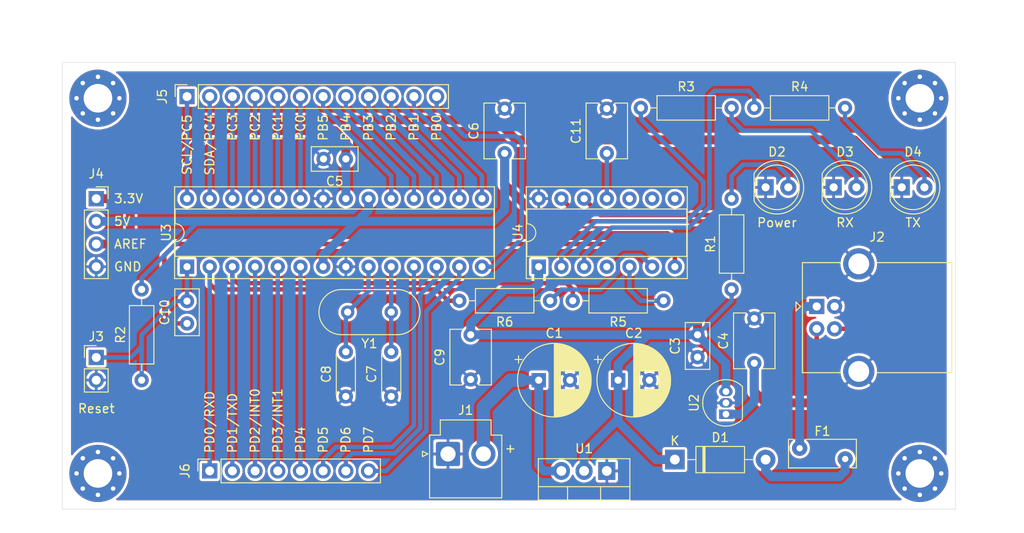
<source format=kicad_pcb>
(kicad_pcb (version 20171130) (host pcbnew "(5.1.2)-2")
  (title_block (title "uController One") (date 2019-08-11) (rev 1) (company "Sergey Pershin"))
  (layers (0 F.Cu signal) (31 B.Cu signal) (34 B.Paste user) (35 F.Paste user) (36 B.SilkS user) (37 F.SilkS user) (38 B.Mask user) (39 F.Mask user) (44 Edge.Cuts user))
  (net 0 "")
  (net 1 "/Microcontroller Unit/PD2")
  (net 2 "/Microcontroller Unit/PD3")
  (net 3 "/Microcontroller Unit/PD4")
  (net 4 "/Power Supply Unit/5V")
  (net 5 GND)
  (net 6 "/Microcontroller Unit/PD5")
  (net 7 "/Microcontroller Unit/PD6")
  (net 8 "/Microcontroller Unit/PD7")
  (net 9 "Net-(R4-Pad1)")
  (net 10 "/Microcontroller Unit/USBD-")
  (net 11 "Net-(R5-Pad1)")
  (net 12 "/Microcontroller Unit/USBD+")
  (net 13 "/Power Supply Unit/3.3V")
  (net 14 "Net-(D1-Pad2)")
  (net 15 "Net-(D2-Pad2)")
  (net 16 "/Power Supply Unit/VUSB")
  (net 17 "/Microcontroller Unit/PB1")
  (net 18 "/Microcontroller Unit/PB2")
  (net 19 "/Microcontroller Unit/PB3")
  (net 20 "/Microcontroller Unit/PB4")
  (net 21 "/Microcontroller Unit/PB5")
  (net 22 "/Microcontroller Unit/PC0")
  (net 23 "/Microcontroller Unit/PC1")
  (net 24 "/Microcontroller Unit/PC2")
  (net 25 "/Microcontroller Unit/PC3")
  (net 26 "/Microcontroller Unit/PC4")
  (net 27 "/Microcontroller Unit/PB0")
  (net 28 "/Microcontroller Unit/PC5")
  (net 29 PD1)
  (net 30 PD0)
  (net 31 "/Microcontroller Unit/AREF")
  (net 32 "Net-(D3-Pad2)")
  (net 33 "Net-(D4-Pad2)")
  (net 34 "Net-(R6-Pad1)")
  (net 35 "/Power Supply Unit/VIN")
  (net 36 "Net-(R3-Pad1)")
  (net 37 "Net-(C7-Pad1)")
  (net 38 RESET)
  (net 39 "Net-(C10-Pad1)")
  (net 40 "Net-(C8-Pad1)")
  (net 41 "Net-(C11-Pad1)")
  (module Crystal:Crystal_HC49-U_Vertical (layer F.Cu) (at 76.83 67.94 180)
    (fp_text reference Y1 (at 2.44 -3.525) (layer F.SilkS))
    (fp_text value 16MHz)
    (pad 1 thru_hole circle (at 0 0 180) (size 1.5 1.5) (drill 0.8) (layers *.Cu *.Mask) (net 37 "Net-(C7-Pad1)"))
    (pad 2 thru_hole circle (at 4.88 0 180) (size 1.5 1.5) (drill 0.8) (layers *.Cu *.Mask) (net 40 "Net-(C8-Pad1)"))
  )
  (module Capacitor_THT:CP_Radial_D8.0mm_P3.50mm (layer F.Cu) (at 93.34 75.56)
    (fp_text reference C1 (at 1.75 -5.25) (layer F.SilkS))
    (fp_text value 10u)
    (pad 2 thru_hole circle (at 3.5 0) (size 1.6 1.6) (drill 0.8) (layers *.Cu *.Mask) (net 5 GND))
    (pad 1 thru_hole rect (at 0 0) (size 1.6 1.6) (drill 0.8) (layers *.Cu *.Mask) (net 35 "/Power Supply Unit/VIN"))
  )
  (module Capacitor_THT:CP_Radial_D8.0mm_P3.50mm (layer F.Cu) (at 102.23 75.56)
    (fp_text reference C2 (at 1.75 -5.25) (layer F.SilkS))
    (fp_text value 100u)
    (pad 1 thru_hole rect (at 0 0) (size 1.6 1.6) (drill 0.8) (layers *.Cu *.Mask) (net 4 "/Power Supply Unit/5V"))
    (pad 2 thru_hole circle (at 3.5 0) (size 1.6 1.6) (drill 0.8) (layers *.Cu *.Mask) (net 5 GND))
  )
  (module Capacitor_THT:C_Disc_D5.0mm_W2.5mm_P2.50mm (layer F.Cu) (at 111.12 70.48 270)
    (fp_text reference C3 (at 1.25 2.5 90) (layer F.SilkS))
    (fp_text value 100n)
    (pad 1 thru_hole circle (at 0 0 270) (size 1.6 1.6) (drill 0.8) (layers *.Cu *.Mask) (net 4 "/Power Supply Unit/5V"))
    (pad 2 thru_hole circle (at 2.5 0 270) (size 1.6 1.6) (drill 0.8) (layers *.Cu *.Mask) (net 5 GND))
  )
  (module Capacitor_THT:C_Disc_D6.0mm_W4.4mm_P5.00mm (layer F.Cu) (at 117.47 73.655 90)
    (fp_text reference C4 (at 2.5 -3.45 90) (layer F.SilkS))
    (fp_text value 1u)
    (pad 1 thru_hole circle (at 0 0 90) (size 1.6 1.6) (drill 0.8) (layers *.Cu *.Mask) (net 13 "/Power Supply Unit/3.3V"))
    (pad 2 thru_hole circle (at 5 0 90) (size 1.6 1.6) (drill 0.8) (layers *.Cu *.Mask) (net 5 GND))
  )
  (module Capacitor_THT:C_Disc_D5.0mm_W2.5mm_P2.50mm (layer F.Cu) (at 71.75 50.795 180)
    (fp_text reference C5 (at 1.25 -2.5) (layer F.SilkS))
    (fp_text value 100n)
    (pad 2 thru_hole circle (at 2.5 0 180) (size 1.6 1.6) (drill 0.8) (layers *.Cu *.Mask) (net 5 GND))
    (pad 1 thru_hole circle (at 0 0 180) (size 1.6 1.6) (drill 0.8) (layers *.Cu *.Mask) (net 31 "/Microcontroller Unit/AREF"))
  )
  (module Capacitor_THT:C_Disc_D6.0mm_W4.4mm_P5.00mm (layer F.Cu) (at 89.53 50.16 90)
    (fp_text reference C6 (at 2.5 -3.45 90) (layer F.SilkS))
    (fp_text value 1u)
    (pad 1 thru_hole circle (at 0 0 90) (size 1.6 1.6) (drill 0.8) (layers *.Cu *.Mask) (net 4 "/Power Supply Unit/5V"))
    (pad 2 thru_hole circle (at 5 0 90) (size 1.6 1.6) (drill 0.8) (layers *.Cu *.Mask) (net 5 GND))
  )
  (module Capacitor_THT:C_Disc_D4.3mm_W1.9mm_P5.00mm (layer F.Cu) (at 76.83 72.385 270)
    (fp_text reference C7 (at 2.5 2.2 90) (layer F.SilkS))
    (fp_text value 22p)
    (pad 2 thru_hole circle (at 5 0 270) (size 1.6 1.6) (drill 0.8) (layers *.Cu *.Mask) (net 5 GND))
    (pad 1 thru_hole circle (at 0 0 270) (size 1.6 1.6) (drill 0.8) (layers *.Cu *.Mask) (net 37 "Net-(C7-Pad1)"))
  )
  (module Capacitor_THT:C_Disc_D4.3mm_W1.9mm_P5.00mm (layer F.Cu) (at 71.75 72.385 270)
    (fp_text reference C8 (at 2.5 2.2 90) (layer F.SilkS))
    (fp_text value 22p)
    (pad 1 thru_hole circle (at 0 0 270) (size 1.6 1.6) (drill 0.8) (layers *.Cu *.Mask) (net 40 "Net-(C8-Pad1)"))
    (pad 2 thru_hole circle (at 5 0 270) (size 1.6 1.6) (drill 0.8) (layers *.Cu *.Mask) (net 5 GND))
  )
  (module Capacitor_THT:C_Disc_D6.0mm_W4.4mm_P5.00mm (layer F.Cu) (at 85.72 70.48 270)
    (fp_text reference C9 (at 2.5 3.45 90) (layer F.SilkS))
    (fp_text value 1u)
    (pad 2 thru_hole circle (at 5 0 270) (size 1.6 1.6) (drill 0.8) (layers *.Cu *.Mask) (net 5 GND))
    (pad 1 thru_hole circle (at 0 0 270) (size 1.6 1.6) (drill 0.8) (layers *.Cu *.Mask) (net 4 "/Power Supply Unit/5V"))
  )
  (module Capacitor_THT:C_Disc_D6.0mm_W4.4mm_P5.00mm (layer F.Cu) (at 100.96 50.16 90)
    (fp_text reference C11 (at 2.5 -3.45 90) (layer F.SilkS))
    (fp_text value 1u)
    (pad 2 thru_hole circle (at 5 0 90) (size 1.6 1.6) (drill 0.8) (layers *.Cu *.Mask) (net 5 GND))
    (pad 1 thru_hole circle (at 0 0 90) (size 1.6 1.6) (drill 0.8) (layers *.Cu *.Mask) (net 41 "Net-(C11-Pad1)"))
  )
  (module Diode_THT:D_DO-41_SOD81_P10.16mm_Horizontal (layer F.Cu) (at 108.58 84.45)
    (fp_text reference D1 (at 5.08 -2.47) (layer F.SilkS))
    (fp_text value D_Schottky)
    (fp_text user K (at 0 -2.1) (layer F.SilkS))
    (pad 1 thru_hole rect (at 0 0) (size 2.2 2.2) (drill 1.1) (layers *.Cu *.Mask) (net 4 "/Power Supply Unit/5V"))
    (pad 2 thru_hole oval (at 10.16 0) (size 2.2 2.2) (drill 1.1) (layers *.Cu *.Mask) (net 14 "Net-(D1-Pad2)"))
  )
  (module LED_THT:LED_D5.0mm (layer F.Cu) (at 118.74 53.97)
    (fp_text reference D2 (at 1.27 -3.96) (layer F.SilkS))
    (fp_text value Power (at 1.27 3.96) (layer F.SilkS))
    (pad 1 thru_hole rect (at 0 0) (size 1.8 1.8) (drill 0.9) (layers *.Cu *.Mask) (net 5 GND))
    (pad 2 thru_hole circle (at 2.54 0) (size 1.8 1.8) (drill 0.9) (layers *.Cu *.Mask) (net 15 "Net-(D2-Pad2)"))
  )
  (module LED_THT:LED_D5.0mm (layer F.Cu) (at 126.36 53.97)
    (fp_text reference D3 (at 1.27 -3.96) (layer F.SilkS))
    (fp_text value RX (at 1.27 3.96) (layer F.SilkS))
    (pad 1 thru_hole rect (at 0 0) (size 1.8 1.8) (drill 0.9) (layers *.Cu *.Mask) (net 5 GND))
    (pad 2 thru_hole circle (at 2.54 0) (size 1.8 1.8) (drill 0.9) (layers *.Cu *.Mask) (net 32 "Net-(D3-Pad2)"))
  )
  (module LED_THT:LED_D5.0mm (layer F.Cu) (at 133.98 53.97)
    (fp_text reference D4 (at 1.27 -3.96) (layer F.SilkS))
    (fp_text value TX (at 1.27 3.96) (layer F.SilkS))
    (pad 2 thru_hole circle (at 2.54 0) (size 1.8 1.8) (drill 0.9) (layers *.Cu *.Mask) (net 33 "Net-(D4-Pad2)"))
    (pad 1 thru_hole rect (at 0 0) (size 1.8 1.8) (drill 0.9) (layers *.Cu *.Mask) (net 5 GND))
  )
  (module Fuse:Fuse_Bourns_MF-RHT050 (layer F.Cu) (at 122.55 83.18)
    (fp_text reference F1 (at 2.55 -1.9) (layer F.SilkS))
    (fp_text value Fuse)
    (pad 1 thru_hole circle (at 0 0) (size 1.71 1.71) (drill 0.71) (layers *.Cu *.Mask) (net 16 "/Power Supply Unit/VUSB"))
    (pad 2 thru_hole circle (at 5.1 1.2) (size 1.71 1.71) (drill 0.71) (layers *.Cu *.Mask) (net 14 "Net-(D1-Pad2)"))
  )
  (module MountingHole:MountingHole_3.2mm_M3_Pad_Via (layer F.Cu) (at 44 44)
    (fp_text reference H1 hide)
    (fp_text value MountingHole)
    (pad 1 thru_hole circle (at 1.697056 -1.697056) (size 0.8 0.8) (drill 0.5) (layers *.Cu *.Mask))
    (pad 1 thru_hole circle (at 0 -2.4) (size 0.8 0.8) (drill 0.5) (layers *.Cu *.Mask))
    (pad 1 thru_hole circle (at -1.697056 -1.697056) (size 0.8 0.8) (drill 0.5) (layers *.Cu *.Mask))
    (pad 1 thru_hole circle (at -2.4 0) (size 0.8 0.8) (drill 0.5) (layers *.Cu *.Mask))
    (pad 1 thru_hole circle (at -1.697056 1.697056) (size 0.8 0.8) (drill 0.5) (layers *.Cu *.Mask))
    (pad 1 thru_hole circle (at 0 2.4) (size 0.8 0.8) (drill 0.5) (layers *.Cu *.Mask))
    (pad 1 thru_hole circle (at 1.697056 1.697056) (size 0.8 0.8) (drill 0.5) (layers *.Cu *.Mask))
    (pad 1 thru_hole circle (at 2.4 0) (size 0.8 0.8) (drill 0.5) (layers *.Cu *.Mask))
    (pad 1 thru_hole circle (at 0 0) (size 6.4 6.4) (drill 3.2) (layers *.Cu *.Mask))
  )
  (module MountingHole:MountingHole_3.2mm_M3_Pad_Via (layer F.Cu) (at 44 86)
    (fp_text reference H2 hide)
    (fp_text value MountingHole)
    (pad 1 thru_hole circle (at 0 0) (size 6.4 6.4) (drill 3.2) (layers *.Cu *.Mask))
    (pad 1 thru_hole circle (at 2.4 0) (size 0.8 0.8) (drill 0.5) (layers *.Cu *.Mask))
    (pad 1 thru_hole circle (at 1.697056 1.697056) (size 0.8 0.8) (drill 0.5) (layers *.Cu *.Mask))
    (pad 1 thru_hole circle (at 0 2.4) (size 0.8 0.8) (drill 0.5) (layers *.Cu *.Mask))
    (pad 1 thru_hole circle (at -1.697056 1.697056) (size 0.8 0.8) (drill 0.5) (layers *.Cu *.Mask))
    (pad 1 thru_hole circle (at -2.4 0) (size 0.8 0.8) (drill 0.5) (layers *.Cu *.Mask))
    (pad 1 thru_hole circle (at -1.697056 -1.697056) (size 0.8 0.8) (drill 0.5) (layers *.Cu *.Mask))
    (pad 1 thru_hole circle (at 0 -2.4) (size 0.8 0.8) (drill 0.5) (layers *.Cu *.Mask))
    (pad 1 thru_hole circle (at 1.697056 -1.697056) (size 0.8 0.8) (drill 0.5) (layers *.Cu *.Mask))
  )
  (module MountingHole:MountingHole_3.2mm_M3_Pad_Via (layer F.Cu) (at 136 44)
    (fp_text reference H3 hide)
    (fp_text value MountingHole)
    (pad 1 thru_hole circle (at 0 0) (size 6.4 6.4) (drill 3.2) (layers *.Cu *.Mask))
    (pad 1 thru_hole circle (at 2.4 0) (size 0.8 0.8) (drill 0.5) (layers *.Cu *.Mask))
    (pad 1 thru_hole circle (at 1.697056 1.697056) (size 0.8 0.8) (drill 0.5) (layers *.Cu *.Mask))
    (pad 1 thru_hole circle (at 0 2.4) (size 0.8 0.8) (drill 0.5) (layers *.Cu *.Mask))
    (pad 1 thru_hole circle (at -1.697056 1.697056) (size 0.8 0.8) (drill 0.5) (layers *.Cu *.Mask))
    (pad 1 thru_hole circle (at -2.4 0) (size 0.8 0.8) (drill 0.5) (layers *.Cu *.Mask))
    (pad 1 thru_hole circle (at -1.697056 -1.697056) (size 0.8 0.8) (drill 0.5) (layers *.Cu *.Mask))
    (pad 1 thru_hole circle (at 0 -2.4) (size 0.8 0.8) (drill 0.5) (layers *.Cu *.Mask))
    (pad 1 thru_hole circle (at 1.697056 -1.697056) (size 0.8 0.8) (drill 0.5) (layers *.Cu *.Mask))
  )
  (module MountingHole:MountingHole_3.2mm_M3_Pad_Via (layer F.Cu) (at 136 86)
    (fp_text reference H4 hide)
    (fp_text value MountingHole)
    (pad 1 thru_hole circle (at 1.697056 -1.697056) (size 0.8 0.8) (drill 0.5) (layers *.Cu *.Mask))
    (pad 1 thru_hole circle (at 0 -2.4) (size 0.8 0.8) (drill 0.5) (layers *.Cu *.Mask))
    (pad 1 thru_hole circle (at -1.697056 -1.697056) (size 0.8 0.8) (drill 0.5) (layers *.Cu *.Mask))
    (pad 1 thru_hole circle (at -2.4 0) (size 0.8 0.8) (drill 0.5) (layers *.Cu *.Mask))
    (pad 1 thru_hole circle (at -1.697056 1.697056) (size 0.8 0.8) (drill 0.5) (layers *.Cu *.Mask))
    (pad 1 thru_hole circle (at 0 2.4) (size 0.8 0.8) (drill 0.5) (layers *.Cu *.Mask))
    (pad 1 thru_hole circle (at 1.697056 1.697056) (size 0.8 0.8) (drill 0.5) (layers *.Cu *.Mask))
    (pad 1 thru_hole circle (at 2.4 0) (size 0.8 0.8) (drill 0.5) (layers *.Cu *.Mask))
    (pad 1 thru_hole circle (at 0 0) (size 6.4 6.4) (drill 3.2) (layers *.Cu *.Mask))
  )
  (module Connector_JST:JST_VH_B2P-VH_1x02_P3.96mm_Vertical (layer F.Cu) (at 83.185 83.82)
    (fp_text reference J1 (at 1.98 -4.9) (layer F.SilkS))
    (fp_text value Conn_01x02)
    (pad 1 thru_hole roundrect (at 0 0) (size 2.7 2.7) (drill 1.7) (layers *.Cu *.Mask) (roundrect_rratio 0.09259299999999999) (net 5 GND))
    (pad 2 thru_hole circle (at 3.96 0) (size 2.7 2.7) (drill 1.7) (layers *.Cu *.Mask) (net 35 "/Power Supply Unit/VIN"))
  )
  (module Connector_USB:USB_B_OST_USB-B1HSxx_Horizontal (layer F.Cu) (at 124.46 67.31)
    (fp_text reference J2 (at 6.76 -7.77) (layer F.SilkS))
    (fp_text value USB_B)
    (pad 1 thru_hole rect (at 0 0) (size 1.7 1.7) (drill 0.92) (layers *.Cu *.Mask) (net 16 "/Power Supply Unit/VUSB"))
    (pad 2 thru_hole circle (at 0 2.5) (size 1.7 1.7) (drill 0.92) (layers *.Cu *.Mask) (net 10 "/Microcontroller Unit/USBD-"))
    (pad 3 thru_hole circle (at 2 2.5) (size 1.7 1.7) (drill 0.92) (layers *.Cu *.Mask) (net 12 "/Microcontroller Unit/USBD+"))
    (pad 4 thru_hole circle (at 2 0) (size 1.7 1.7) (drill 0.92) (layers *.Cu *.Mask) (net 5 GND))
    (pad 5 thru_hole circle (at 4.71 -4.77) (size 3.5 3.5) (drill 2.33) (layers *.Cu *.Mask) (net 5 GND))
    (pad 5 thru_hole circle (at 4.71 7.27) (size 3.5 3.5) (drill 2.33) (layers *.Cu *.Mask) (net 5 GND))
  )
  (module Connector_PinHeader_2.54mm:PinHeader_1x02_P2.54mm_Vertical (layer F.Cu) (at 43.81 73.02)
    (fp_text reference J3 (at 0 -2.33) (layer F.SilkS))
    (fp_text value Conn_01x02)
    (pad 1 thru_hole rect (at 0 0) (size 1.7 1.7) (drill 1) (layers *.Cu *.Mask) (net 38 RESET))
    (pad 2 thru_hole oval (at 0 2.54) (size 1.7 1.7) (drill 1) (layers *.Cu *.Mask) (net 5 GND))
  )
  (module Connector_PinSocket_2.54mm:PinSocket_1x12_P2.54mm_Vertical (layer F.Cu) (at 53.97 43.81 90)
    (fp_text reference J5 (at 0 -2.77 90) (layer F.SilkS))
    (fp_text value Conn_01x12)
    (pad 1 thru_hole rect (at 0 0 90) (size 1.7 1.7) (drill 1) (layers *.Cu *.Mask) (net 28 "/Microcontroller Unit/PC5"))
    (pad 2 thru_hole oval (at 0 2.54 90) (size 1.7 1.7) (drill 1) (layers *.Cu *.Mask) (net 26 "/Microcontroller Unit/PC4"))
    (pad 3 thru_hole oval (at 0 5.08 90) (size 1.7 1.7) (drill 1) (layers *.Cu *.Mask) (net 25 "/Microcontroller Unit/PC3"))
    (pad 4 thru_hole oval (at 0 7.62 90) (size 1.7 1.7) (drill 1) (layers *.Cu *.Mask) (net 24 "/Microcontroller Unit/PC2"))
    (pad 5 thru_hole oval (at 0 10.16 90) (size 1.7 1.7) (drill 1) (layers *.Cu *.Mask) (net 23 "/Microcontroller Unit/PC1"))
    (pad 6 thru_hole oval (at 0 12.7 90) (size 1.7 1.7) (drill 1) (layers *.Cu *.Mask) (net 22 "/Microcontroller Unit/PC0"))
    (pad 7 thru_hole oval (at 0 15.24 90) (size 1.7 1.7) (drill 1) (layers *.Cu *.Mask) (net 21 "/Microcontroller Unit/PB5"))
    (pad 8 thru_hole oval (at 0 17.78 90) (size 1.7 1.7) (drill 1) (layers *.Cu *.Mask) (net 20 "/Microcontroller Unit/PB4"))
    (pad 9 thru_hole oval (at 0 20.32 90) (size 1.7 1.7) (drill 1) (layers *.Cu *.Mask) (net 19 "/Microcontroller Unit/PB3"))
    (pad 10 thru_hole oval (at 0 22.86 90) (size 1.7 1.7) (drill 1) (layers *.Cu *.Mask) (net 18 "/Microcontroller Unit/PB2"))
    (pad 11 thru_hole oval (at 0 25.4 90) (size 1.7 1.7) (drill 1) (layers *.Cu *.Mask) (net 17 "/Microcontroller Unit/PB1"))
    (pad 12 thru_hole oval (at 0 27.94 90) (size 1.7 1.7) (drill 1) (layers *.Cu *.Mask) (net 27 "/Microcontroller Unit/PB0"))
  )
  (module Connector_PinSocket_2.54mm:PinSocket_1x08_P2.54mm_Vertical (layer F.Cu) (at 56.51 85.72 90)
    (fp_text reference J6 (at 0 -2.77 90) (layer F.SilkS))
    (fp_text value Conn_01x08)
    (pad 1 thru_hole rect (at 0 0 90) (size 1.7 1.7) (drill 1) (layers *.Cu *.Mask) (net 30 PD0))
    (pad 2 thru_hole oval (at 0 2.54 90) (size 1.7 1.7) (drill 1) (layers *.Cu *.Mask) (net 29 PD1))
    (pad 3 thru_hole oval (at 0 5.08 90) (size 1.7 1.7) (drill 1) (layers *.Cu *.Mask) (net 1 "/Microcontroller Unit/PD2"))
    (pad 4 thru_hole oval (at 0 7.62 90) (size 1.7 1.7) (drill 1) (layers *.Cu *.Mask) (net 2 "/Microcontroller Unit/PD3"))
    (pad 5 thru_hole oval (at 0 10.16 90) (size 1.7 1.7) (drill 1) (layers *.Cu *.Mask) (net 3 "/Microcontroller Unit/PD4"))
    (pad 6 thru_hole oval (at 0 12.7 90) (size 1.7 1.7) (drill 1) (layers *.Cu *.Mask) (net 6 "/Microcontroller Unit/PD5"))
    (pad 7 thru_hole oval (at 0 15.24 90) (size 1.7 1.7) (drill 1) (layers *.Cu *.Mask) (net 7 "/Microcontroller Unit/PD6"))
    (pad 8 thru_hole oval (at 0 17.78 90) (size 1.7 1.7) (drill 1) (layers *.Cu *.Mask) (net 8 "/Microcontroller Unit/PD7"))
  )
  (module Resistor_THT:R_Axial_DIN0207_L6.3mm_D2.5mm_P10.16mm_Horizontal (layer F.Cu) (at 114.93 65.4 90)
    (fp_text reference R1 (at 5.08 -2.37 90) (layer F.SilkS))
    (fp_text value 330R)
    (pad 2 thru_hole oval (at 10.16 0 90) (size 1.6 1.6) (drill 0.8) (layers *.Cu *.Mask) (net 15 "Net-(D2-Pad2)"))
    (pad 1 thru_hole circle (at 0 0 90) (size 1.6 1.6) (drill 0.8) (layers *.Cu *.Mask) (net 4 "/Power Supply Unit/5V"))
  )
  (module Resistor_THT:R_Axial_DIN0207_L6.3mm_D2.5mm_P10.16mm_Horizontal (layer F.Cu) (at 48.89 65.4 270)
    (fp_text reference R2 (at 5.08 2.37 90) (layer F.SilkS))
    (fp_text value 10k)
    (pad 1 thru_hole circle (at 0 0 270) (size 1.6 1.6) (drill 0.8) (layers *.Cu *.Mask) (net 4 "/Power Supply Unit/5V"))
    (pad 2 thru_hole oval (at 10.16 0 270) (size 1.6 1.6) (drill 0.8) (layers *.Cu *.Mask) (net 38 RESET))
  )
  (module Resistor_THT:R_Axial_DIN0207_L6.3mm_D2.5mm_P10.16mm_Horizontal (layer F.Cu) (at 104.77 45.08)
    (fp_text reference R3 (at 5.08 -2.37) (layer F.SilkS))
    (fp_text value 330R)
    (pad 1 thru_hole circle (at 0 0) (size 1.6 1.6) (drill 0.8) (layers *.Cu *.Mask) (net 36 "Net-(R3-Pad1)"))
    (pad 2 thru_hole oval (at 10.16 0) (size 1.6 1.6) (drill 0.8) (layers *.Cu *.Mask) (net 32 "Net-(D3-Pad2)"))
  )
  (module Resistor_THT:R_Axial_DIN0207_L6.3mm_D2.5mm_P10.16mm_Horizontal (layer F.Cu) (at 117.47 45.08)
    (fp_text reference R4 (at 5.08 -2.37) (layer F.SilkS))
    (fp_text value 330R)
    (pad 2 thru_hole oval (at 10.16 0) (size 1.6 1.6) (drill 0.8) (layers *.Cu *.Mask) (net 33 "Net-(D4-Pad2)"))
    (pad 1 thru_hole circle (at 0 0) (size 1.6 1.6) (drill 0.8) (layers *.Cu *.Mask) (net 9 "Net-(R4-Pad1)"))
  )
  (module Resistor_THT:R_Axial_DIN0207_L6.3mm_D2.5mm_P10.16mm_Horizontal (layer F.Cu) (at 107.31 66.67 180)
    (fp_text reference R5 (at 5.08 -2.37) (layer F.SilkS))
    (fp_text value 1k)
    (pad 2 thru_hole oval (at 10.16 0 180) (size 1.6 1.6) (drill 0.8) (layers *.Cu *.Mask) (net 29 PD1))
    (pad 1 thru_hole circle (at 0 0 180) (size 1.6 1.6) (drill 0.8) (layers *.Cu *.Mask) (net 11 "Net-(R5-Pad1)"))
  )
  (module Resistor_THT:R_Axial_DIN0207_L6.3mm_D2.5mm_P10.16mm_Horizontal (layer F.Cu) (at 94.61 66.67 180)
    (fp_text reference R6 (at 5.08 -2.37) (layer F.SilkS))
    (fp_text value 1k)
    (pad 1 thru_hole circle (at 0 0 180) (size 1.6 1.6) (drill 0.8) (layers *.Cu *.Mask) (net 34 "Net-(R6-Pad1)"))
    (pad 2 thru_hole oval (at 10.16 0 180) (size 1.6 1.6) (drill 0.8) (layers *.Cu *.Mask) (net 30 PD0))
  )
  (module Package_TO_SOT_THT:TO-220-3_Vertical (layer F.Cu) (at 100.96 85.72 180)
    (fp_text reference U1 (at 2.54 2.5) (layer F.SilkS))
    (fp_text value LM1085-5.0)
    (pad 1 thru_hole rect (at 0 0 180) (size 1.905 2) (drill 1.1) (layers *.Cu *.Mask) (net 5 GND))
    (pad 2 thru_hole oval (at 2.54 0 180) (size 1.905 2) (drill 1.1) (layers *.Cu *.Mask) (net 4 "/Power Supply Unit/5V"))
    (pad 3 thru_hole oval (at 5.08 0 180) (size 1.905 2) (drill 1.1) (layers *.Cu *.Mask) (net 35 "/Power Supply Unit/VIN"))
  )
  (module Package_TO_SOT_THT:TO-92_Inline (layer F.Cu) (at 114.295 79.37 90)
    (fp_text reference U2 (at 1.27 -3.56 90) (layer F.SilkS))
    (fp_text value LP2950-3.3_TO92)
    (pad 2 thru_hole oval (at 1.27 0 90) (size 1.05 1.5) (drill 0.75) (layers *.Cu *.Mask) (net 5 GND))
    (pad 3 thru_hole oval (at 2.54 0 90) (size 1.05 1.5) (drill 0.75) (layers *.Cu *.Mask) (net 4 "/Power Supply Unit/5V"))
    (pad 1 thru_hole rect (at 0 0 90) (size 1.05 1.5) (drill 0.75) (layers *.Cu *.Mask) (net 13 "/Power Supply Unit/3.3V"))
  )
  (module Package_DIP:DIP-28_W7.62mm_Socket (layer F.Cu) (at 53.97 62.86 90)
    (fp_text reference U3 (at 3.81 -2.33 90) (layer F.SilkS))
    (fp_text value ATmega328P-PU)
    (pad 1 thru_hole rect (at 0 0 90) (size 1.6 1.6) (drill 0.8) (layers *.Cu *.Mask) (net 38 RESET))
    (pad 15 thru_hole oval (at 7.62 33.02 90) (size 1.6 1.6) (drill 0.8) (layers *.Cu *.Mask) (net 17 "/Microcontroller Unit/PB1"))
    (pad 2 thru_hole oval (at 0 2.54 90) (size 1.6 1.6) (drill 0.8) (layers *.Cu *.Mask) (net 30 PD0))
    (pad 16 thru_hole oval (at 7.62 30.48 90) (size 1.6 1.6) (drill 0.8) (layers *.Cu *.Mask) (net 18 "/Microcontroller Unit/PB2"))
    (pad 3 thru_hole oval (at 0 5.08 90) (size 1.6 1.6) (drill 0.8) (layers *.Cu *.Mask) (net 29 PD1))
    (pad 17 thru_hole oval (at 7.62 27.94 90) (size 1.6 1.6) (drill 0.8) (layers *.Cu *.Mask) (net 19 "/Microcontroller Unit/PB3"))
    (pad 4 thru_hole oval (at 0 7.62 90) (size 1.6 1.6) (drill 0.8) (layers *.Cu *.Mask) (net 1 "/Microcontroller Unit/PD2"))
    (pad 18 thru_hole oval (at 7.62 25.4 90) (size 1.6 1.6) (drill 0.8) (layers *.Cu *.Mask) (net 20 "/Microcontroller Unit/PB4"))
    (pad 5 thru_hole oval (at 0 10.16 90) (size 1.6 1.6) (drill 0.8) (layers *.Cu *.Mask) (net 2 "/Microcontroller Unit/PD3"))
    (pad 19 thru_hole oval (at 7.62 22.86 90) (size 1.6 1.6) (drill 0.8) (layers *.Cu *.Mask) (net 21 "/Microcontroller Unit/PB5"))
    (pad 6 thru_hole oval (at 0 12.7 90) (size 1.6 1.6) (drill 0.8) (layers *.Cu *.Mask) (net 3 "/Microcontroller Unit/PD4"))
    (pad 20 thru_hole oval (at 7.62 20.32 90) (size 1.6 1.6) (drill 0.8) (layers *.Cu *.Mask) (net 4 "/Power Supply Unit/5V"))
    (pad 7 thru_hole oval (at 0 15.24 90) (size 1.6 1.6) (drill 0.8) (layers *.Cu *.Mask) (net 4 "/Power Supply Unit/5V"))
    (pad 21 thru_hole oval (at 7.62 17.78 90) (size 1.6 1.6) (drill 0.8) (layers *.Cu *.Mask) (net 31 "/Microcontroller Unit/AREF"))
    (pad 8 thru_hole oval (at 0 17.78 90) (size 1.6 1.6) (drill 0.8) (layers *.Cu *.Mask) (net 5 GND))
    (pad 22 thru_hole oval (at 7.62 15.24 90) (size 1.6 1.6) (drill 0.8) (layers *.Cu *.Mask) (net 5 GND))
    (pad 9 thru_hole oval (at 0 20.32 90) (size 1.6 1.6) (drill 0.8) (layers *.Cu *.Mask) (net 40 "Net-(C8-Pad1)"))
    (pad 23 thru_hole oval (at 7.62 12.7 90) (size 1.6 1.6) (drill 0.8) (layers *.Cu *.Mask) (net 22 "/Microcontroller Unit/PC0"))
    (pad 10 thru_hole oval (at 0 22.86 90) (size 1.6 1.6) (drill 0.8) (layers *.Cu *.Mask) (net 37 "Net-(C7-Pad1)"))
    (pad 24 thru_hole oval (at 7.62 10.16 90) (size 1.6 1.6) (drill 0.8) (layers *.Cu *.Mask) (net 23 "/Microcontroller Unit/PC1"))
    (pad 11 thru_hole oval (at 0 25.4 90) (size 1.6 1.6) (drill 0.8) (layers *.Cu *.Mask) (net 6 "/Microcontroller Unit/PD5"))
    (pad 25 thru_hole oval (at 7.62 7.62 90) (size 1.6 1.6) (drill 0.8) (layers *.Cu *.Mask) (net 24 "/Microcontroller Unit/PC2"))
    (pad 12 thru_hole oval (at 0 27.94 90) (size 1.6 1.6) (drill 0.8) (layers *.Cu *.Mask) (net 7 "/Microcontroller Unit/PD6"))
    (pad 26 thru_hole oval (at 7.62 5.08 90) (size 1.6 1.6) (drill 0.8) (layers *.Cu *.Mask) (net 25 "/Microcontroller Unit/PC3"))
    (pad 13 thru_hole oval (at 0 30.48 90) (size 1.6 1.6) (drill 0.8) (layers *.Cu *.Mask) (net 8 "/Microcontroller Unit/PD7"))
    (pad 27 thru_hole oval (at 7.62 2.54 90) (size 1.6 1.6) (drill 0.8) (layers *.Cu *.Mask) (net 26 "/Microcontroller Unit/PC4"))
    (pad 14 thru_hole oval (at 0 33.02 90) (size 1.6 1.6) (drill 0.8) (layers *.Cu *.Mask) (net 27 "/Microcontroller Unit/PB0"))
    (pad 28 thru_hole oval (at 7.62 0 90) (size 1.6 1.6) (drill 0.8) (layers *.Cu *.Mask) (net 28 "/Microcontroller Unit/PC5"))
  )
  (module Package_DIP:DIP-14_W7.62mm_Socket (layer F.Cu) (at 93.34 62.86 90)
    (fp_text reference U4 (at 3.81 -2.33 90) (layer F.SilkS))
    (fp_text value MCP2221A-I/P)
    (pad 1 thru_hole rect (at 0 0 90) (size 1.6 1.6) (drill 0.8) (layers *.Cu *.Mask) (net 4 "/Power Supply Unit/5V"))
    (pad 8 thru_hole oval (at 7.62 15.24 90) (size 1.6 1.6) (drill 0.8) (layers *.Cu *.Mask))
    (pad 2 thru_hole oval (at 0 2.54 90) (size 1.6 1.6) (drill 0.8) (layers *.Cu *.Mask) (net 36 "Net-(R3-Pad1)"))
    (pad 9 thru_hole oval (at 7.62 12.7 90) (size 1.6 1.6) (drill 0.8) (layers *.Cu *.Mask))
    (pad 3 thru_hole oval (at 0 5.08 90) (size 1.6 1.6) (drill 0.8) (layers *.Cu *.Mask) (net 9 "Net-(R4-Pad1)"))
    (pad 10 thru_hole oval (at 7.62 10.16 90) (size 1.6 1.6) (drill 0.8) (layers *.Cu *.Mask))
    (pad 4 thru_hole oval (at 0 7.62 90) (size 1.6 1.6) (drill 0.8) (layers *.Cu *.Mask))
    (pad 11 thru_hole oval (at 7.62 7.62 90) (size 1.6 1.6) (drill 0.8) (layers *.Cu *.Mask) (net 41 "Net-(C11-Pad1)"))
    (pad 5 thru_hole oval (at 0 10.16 90) (size 1.6 1.6) (drill 0.8) (layers *.Cu *.Mask) (net 11 "Net-(R5-Pad1)"))
    (pad 12 thru_hole oval (at 7.62 5.08 90) (size 1.6 1.6) (drill 0.8) (layers *.Cu *.Mask) (net 10 "/Microcontroller Unit/USBD-"))
    (pad 6 thru_hole oval (at 0 12.7 90) (size 1.6 1.6) (drill 0.8) (layers *.Cu *.Mask) (net 34 "Net-(R6-Pad1)"))
    (pad 13 thru_hole oval (at 7.62 2.54 90) (size 1.6 1.6) (drill 0.8) (layers *.Cu *.Mask) (net 12 "/Microcontroller Unit/USBD+"))
    (pad 7 thru_hole oval (at 0 15.24 90) (size 1.6 1.6) (drill 0.8) (layers *.Cu *.Mask) (net 39 "Net-(C10-Pad1)"))
    (pad 14 thru_hole oval (at 7.62 0 90) (size 1.6 1.6) (drill 0.8) (layers *.Cu *.Mask) (net 5 GND))
  )
  (module Capacitor_THT:C_Disc_D5.0mm_W2.5mm_P2.50mm (layer F.Cu) (at 53.97 69.21 90)
    (fp_text reference C10 (at 1.25 -2.5 90) (layer F.SilkS))
    (fp_text value 100n)
    (pad 1 thru_hole circle (at 0 0 90) (size 1.6 1.6) (drill 0.8) (layers *.Cu *.Mask) (net 39 "Net-(C10-Pad1)"))
    (pad 2 thru_hole circle (at 2.5 0 90) (size 1.6 1.6) (drill 0.8) (layers *.Cu *.Mask) (net 38 RESET))
  )
  (module Connector_PinSocket_2.54mm:PinSocket_1x04_P2.54mm_Vertical (layer F.Cu) (at 43.81 55.24)
    (fp_text reference J4 (at 0 -2.77) (layer F.SilkS))
    (fp_text value Conn_01x04)
    (pad 1 thru_hole rect (at 0 0) (size 1.7 1.7) (drill 1) (layers *.Cu *.Mask) (net 13 "/Power Supply Unit/3.3V"))
    (pad 2 thru_hole oval (at 0 2.54) (size 1.7 1.7) (drill 1) (layers *.Cu *.Mask) (net 4 "/Power Supply Unit/5V"))
    (pad 3 thru_hole oval (at 0 5.08) (size 1.7 1.7) (drill 1) (layers *.Cu *.Mask) (net 31 "/Microcontroller Unit/AREF"))
    (pad 4 thru_hole oval (at 0 7.62) (size 1.7 1.7) (drill 1) (layers *.Cu *.Mask) (net 5 GND))
  )
  (gr_text + (at 90.165 83.18) (layer F.SilkS) (effects (font (size 1 1))))
  (gr_text SCL/PC5 (at 53.97 45.715 90) (layer F.SilkS) (effects (font (size 1 1)) (justify right)))
  (gr_text SDA/PC4 (at 56.51 45.715 90) (layer F.SilkS) (effects (font (size 1 1)) (justify right)))
  (gr_text PC3 (at 59.05 45.715 90) (layer F.SilkS) (effects (font (size 1 1)) (justify right)))
  (gr_text PC2 (at 61.59 45.715 90) (layer F.SilkS) (effects (font (size 1 1)) (justify right)))
  (gr_text PC1 (at 64.13 45.715 90) (layer F.SilkS) (effects (font (size 1 1)) (justify right)))
  (gr_text PC0 (at 66.67 45.715 90) (layer F.SilkS) (effects (font (size 1 1)) (justify right)))
  (gr_text PB5 (at 69.21 45.715 90) (layer F.SilkS) (effects (font (size 1 1)) (justify right)))
  (gr_text PB4 (at 71.75 45.715 90) (layer F.SilkS) (effects (font (size 1 1)) (justify right)))
  (gr_text PB3 (at 74.29 45.715 90) (layer F.SilkS) (effects (font (size 1 1)) (justify right)))
  (gr_text PB2 (at 76.83 45.715 90) (layer F.SilkS) (effects (font (size 1 1)) (justify right)))
  (gr_text PB1 (at 79.37 45.715 90) (layer F.SilkS) (effects (font (size 1 1)) (justify right)))
  (gr_text PB0 (at 81.91 45.715 90) (layer F.SilkS) (effects (font (size 1 1)) (justify right)))
  (gr_text Reset (at 43.815 78.74) (layer F.SilkS) (effects (font (size 1 1))))
  (gr_text PD7 (at 74.29 83.815 90) (layer F.SilkS) (effects (font (size 1 1)) (justify left)))
  (gr_text PD6 (at 71.75 83.815 90) (layer F.SilkS) (effects (font (size 1 1)) (justify left)))
  (gr_text PD5 (at 69.21 83.815 90) (layer F.SilkS) (effects (font (size 1 1)) (justify left)))
  (gr_text PD4 (at 66.67 83.815 90) (layer F.SilkS) (effects (font (size 1 1)) (justify left)))
  (gr_text PD3/INT1 (at 64.13 83.815 90) (layer F.SilkS) (effects (font (size 1 1)) (justify left)))
  (gr_text PD2/INT0 (at 61.59 83.815 90) (layer F.SilkS) (effects (font (size 1 1)) (justify left)))
  (gr_text PD1/TXD (at 59.05 83.815 90) (layer F.SilkS) (effects (font (size 1 1)) (justify left)))
  (gr_text PD0/RXD (at 56.51 83.815 90) (layer F.SilkS) (effects (font (size 1 1)) (justify left)))
  (gr_text GND (at 45.715 62.86) (layer F.SilkS) (effects (font (size 1 1)) (justify left)))
  (gr_text AREF (at 45.715 60.32) (layer F.SilkS) (effects (font (size 1 1)) (justify left)))
  (gr_text 5V (at 45.715 57.78) (layer F.SilkS) (effects (font (size 1 1)) (justify left)))
  (gr_text 3.3V (at 45.715 55.24) (layer F.SilkS) (effects (font (size 1 1)) (justify left)))
  (gr_line (start 40 90) (end 40 40) (layer Edge.Cuts) (width 0.05))
  (gr_line (start 140 90) (end 40 90) (layer Edge.Cuts) (width 0.05))
  (gr_line (start 140 40) (end 140 90) (layer Edge.Cuts) (width 0.05))
  (gr_line (start 40 40) (end 140 40) (layer Edge.Cuts) (width 0.05))
  (segment (start 61.59 62.86) (end 61.59 85.72) (width 0.5) (layer B.Cu) (net 1))
  (segment (start 64.13 62.86) (end 64.13 85.72) (width 0.5) (layer B.Cu) (net 2))
  (segment (start 66.67 62.86) (end 66.67 85.72) (width 0.5) (layer B.Cu) (net 3))
  (segment (start 74.29 55.24) (end 74.29 56.51) (width 1) (layer B.Cu) (net 4))
  (segment (start 69.21 62.86) (end 69.21 61.59) (width 1) (layer B.Cu) (net 4))
  (segment (start 75.56 57.78) (end 88.26 57.78) (width 1) (layer B.Cu) (net 4))
  (segment (start 88.26 57.78) (end 89.53 56.51) (width 1) (layer B.Cu) (net 4))
  (segment (start 89.53 56.51) (end 89.53 50.16) (width 1) (layer B.Cu) (net 4))
  (segment (start 73.02 57.78) (end 74.29 56.51) (width 1) (layer B.Cu) (net 4))
  (segment (start 69.21 61.59) (end 73.02 57.78) (width 1) (layer B.Cu) (net 4))
  (segment (start 52.7 57.78) (end 43.81 57.78) (width 1) (layer B.Cu) (net 4))
  (segment (start 75.56 57.78) (end 73.02 57.78) (width 1) (layer B.Cu) (net 4))
  (segment (start 73.02 57.78) (end 55.24 57.78) (width 1) (layer B.Cu) (net 4))
  (segment (start 55.24 57.78) (end 52.7 57.78) (width 1) (layer B.Cu) (net 4))
  (segment (start 48.89 65.4) (end 48.89 64.13) (width 0.5) (layer B.Cu) (net 4))
  (segment (start 48.89 64.13) (end 55.24 57.78) (width 0.5) (layer B.Cu) (net 4))
  (segment (start 106.48 84.45) (end 102.23 80.2) (width 1) (layer B.Cu) (net 4))
  (segment (start 108.58 84.45) (end 106.48 84.45) (width 1) (layer B.Cu) (net 4))
  (segment (start 108.71863 70.48) (end 109.85 70.48) (width 1) (layer B.Cu) (net 4))
  (segment (start 102.23 73.76) (end 105.51 70.48) (width 1) (layer B.Cu) (net 4))
  (segment (start 102.23 75.56) (end 102.23 73.76) (width 1) (layer B.Cu) (net 4))
  (segment (start 101.94 80.2) (end 102.23 80.2) (width 1) (layer B.Cu) (net 4))
  (segment (start 98.42 83.72) (end 101.94 80.2) (width 1) (layer B.Cu) (net 4))
  (segment (start 98.42 85.72) (end 98.42 83.72) (width 1) (layer B.Cu) (net 4))
  (segment (start 102.23 79.91) (end 102.23 75.56) (width 1) (layer B.Cu) (net 4))
  (segment (start 101.94 80.2) (end 102.23 79.91) (width 1) (layer B.Cu) (net 4))
  (segment (start 111.12 70.48) (end 109.85 70.48) (width 1) (layer B.Cu) (net 4))
  (segment (start 114.295 76.83) (end 114.295 73.655) (width 1) (layer B.Cu) (net 4))
  (segment (start 114.295 73.655) (end 111.12 70.48) (width 1) (layer B.Cu) (net 4))
  (segment (start 105.51 70.48) (end 108.71863 70.48) (width 1) (layer B.Cu) (net 4))
  (segment (start 105.51 70.48) (end 85.72 70.48) (width 1) (layer B.Cu) (net 4))
  (segment (start 89.53 50.16) (end 89.53 53.650002) (width 1) (layer F.Cu) (net 4))
  (segment (start 89.53 53.650002) (end 95.249988 59.36999) (width 1) (layer F.Cu) (net 4))
  (segment (start 95.249988 59.36999) (end 107.703507 59.36999) (width 1) (layer F.Cu) (net 4))
  (segment (start 107.703507 59.36999) (end 111.12 62.786483) (width 1) (layer F.Cu) (net 4))
  (segment (start 111.12 62.786483) (end 111.12 66.67) (width 1) (layer F.Cu) (net 4))
  (segment (start 111.12 66.67) (end 111.12 70.48) (width 1) (layer F.Cu) (net 4))
  (segment (start 114.93 66.67) (end 111.12 70.48) (width 0.5) (layer B.Cu) (net 4))
  (segment (start 114.93 65.4) (end 114.93 66.67) (width 0.5) (layer B.Cu) (net 4))
  (segment (start 93.34 64.765) (end 93.34 62.86) (width 1) (layer B.Cu) (net 4))
  (segment (start 92.705 65.4) (end 93.34 64.765) (width 1) (layer B.Cu) (net 4))
  (segment (start 89.53 65.4) (end 92.705 65.4) (width 1) (layer B.Cu) (net 4))
  (segment (start 85.72 70.48) (end 85.72 69.21) (width 1) (layer B.Cu) (net 4))
  (segment (start 85.72 69.21) (end 89.53 65.4) (width 1) (layer B.Cu) (net 4))
  (segment (start 69.21 84.45) (end 69.21 85.72) (width 0.5) (layer B.Cu) (net 6))
  (segment (start 70.610022 83.049978) (end 69.21 84.45) (width 0.5) (layer B.Cu) (net 6))
  (segment (start 76.960022 83.049978) (end 70.610022 83.049978) (width 0.5) (layer B.Cu) (net 6))
  (segment (start 79.37 62.86) (end 79.37 80.64) (width 0.5) (layer B.Cu) (net 6))
  (segment (start 79.37 80.64) (end 76.960022 83.049978) (width 0.5) (layer B.Cu) (net 6))
  (segment (start 81.91 64.13) (end 81.91 62.86) (width 0.5) (layer B.Cu) (net 7))
  (segment (start 71.75 84.45) (end 72.450011 83.749989) (width 0.5) (layer B.Cu) (net 7))
  (segment (start 72.450011 83.749989) (end 77.249976 83.749989) (width 0.5) (layer B.Cu) (net 7))
  (segment (start 77.249976 83.749989) (end 80.070011 80.929954) (width 0.5) (layer B.Cu) (net 7))
  (segment (start 71.75 85.72) (end 71.75 84.45) (width 0.5) (layer B.Cu) (net 7))
  (segment (start 80.070011 80.929954) (end 80.070011 65.969989) (width 0.5) (layer B.Cu) (net 7))
  (segment (start 80.070011 65.969989) (end 81.91 64.13) (width 0.5) (layer B.Cu) (net 7))
  (segment (start 84.45 64.13) (end 80.770022 67.809978) (width 0.5) (layer B.Cu) (net 8))
  (segment (start 84.45 62.86) (end 84.45 64.13) (width 0.5) (layer B.Cu) (net 8))
  (segment (start 80.770022 67.809978) (end 80.770022 81.219908) (width 0.5) (layer B.Cu) (net 8))
  (segment (start 80.770022 81.219908) (end 76.26993 85.72) (width 0.5) (layer B.Cu) (net 8))
  (segment (start 76.26993 85.72) (end 75.492081 85.72) (width 0.5) (layer B.Cu) (net 8))
  (segment (start 75.492081 85.72) (end 74.29 85.72) (width 0.5) (layer B.Cu) (net 8))
  (segment (start 117.47 43.81) (end 117.47 45.08) (width 0.5) (layer B.Cu) (net 9))
  (segment (start 116.835 43.175) (end 117.47 43.81) (width 0.5) (layer B.Cu) (net 9))
  (segment (start 113.025 43.175) (end 116.835 43.175) (width 0.5) (layer B.Cu) (net 9))
  (segment (start 98.42 61.59) (end 101.529989 58.480011) (width 0.5) (layer B.Cu) (net 9))
  (segment (start 98.42 62.86) (end 98.42 61.59) (width 0.5) (layer B.Cu) (net 9))
  (segment (start 101.529989 58.480011) (end 110.139954 58.480011) (width 0.5) (layer B.Cu) (net 9))
  (segment (start 110.139954 58.480011) (end 112.455011 56.164954) (width 0.5) (layer B.Cu) (net 9))
  (segment (start 112.455011 56.164954) (end 112.455011 43.744989) (width 0.5) (layer B.Cu) (net 9))
  (segment (start 112.455011 43.744989) (end 113.025 43.175) (width 0.5) (layer B.Cu) (net 9))
  (segment (start 125.095 71.755) (end 124.46 71.12) (width 0.5) (layer F.Cu) (net 10))
  (segment (start 100.259989 57.079989) (end 131.301471 57.079989) (width 0.5) (layer F.Cu) (net 10))
  (segment (start 98.42 55.24) (end 100.259989 57.079989) (width 0.5) (layer F.Cu) (net 10))
  (segment (start 131.301471 57.079989) (end 132.780011 58.558529) (width 0.5) (layer F.Cu) (net 10))
  (segment (start 132.780011 58.558529) (end 132.780011 67.809978) (width 0.5) (layer F.Cu) (net 10))
  (segment (start 132.780011 67.809978) (end 128.834989 71.755) (width 0.5) (layer F.Cu) (net 10))
  (segment (start 124.46 71.12) (end 124.46 69.81) (width 0.5) (layer F.Cu) (net 10))
  (segment (start 128.834989 71.755) (end 125.095 71.755) (width 0.5) (layer F.Cu) (net 10))
  (segment (start 103.5 62.86) (end 103.5 65.4) (width 0.5) (layer B.Cu) (net 11))
  (segment (start 103.5 65.4) (end 104.77 66.67) (width 0.5) (layer B.Cu) (net 11))
  (segment (start 104.77 66.67) (end 107.31 66.67) (width 0.5) (layer B.Cu) (net 11))
  (segment (start 127.675 69.81) (end 126.46 69.81) (width 0.5) (layer F.Cu) (net 12))
  (segment (start 132.08 65.405) (end 127.675 69.81) (width 0.5) (layer F.Cu) (net 12))
  (segment (start 132.08 58.848482) (end 132.08 65.405) (width 0.5) (layer F.Cu) (net 12))
  (segment (start 131.011518 57.78) (end 132.08 58.848482) (width 0.5) (layer F.Cu) (net 12))
  (segment (start 95.88 55.24) (end 98.42 57.78) (width 0.5) (layer F.Cu) (net 12))
  (segment (start 98.42 57.78) (end 131.011518 57.78) (width 0.5) (layer F.Cu) (net 12))
  (segment (start 117.47 77.945) (end 117.47 73.655) (width 1) (layer B.Cu) (net 13))
  (segment (start 116.045 79.37) (end 117.47 77.945) (width 1) (layer B.Cu) (net 13))
  (segment (start 114.295 79.37) (end 116.045 79.37) (width 1) (layer B.Cu) (net 13))
  (segment (start 131.44 78.1) (end 118.74 78.1) (width 1) (layer F.Cu) (net 13))
  (segment (start 133.98 75.56) (end 131.44 78.1) (width 1) (layer F.Cu) (net 13))
  (segment (start 133.98 58.415) (end 133.98 75.56) (width 1) (layer F.Cu) (net 13))
  (segment (start 128.669999 48.659999) (end 132.128462 52.118462) (width 1) (layer F.Cu) (net 13))
  (segment (start 90.809997 48.659999) (end 128.669999 48.659999) (width 1) (layer F.Cu) (net 13))
  (segment (start 88.569988 46.41999) (end 90.809997 48.659999) (width 1) (layer F.Cu) (net 13))
  (segment (start 118.74 78.1) (end 117.47 76.83) (width 1) (layer F.Cu) (net 13))
  (segment (start 56.01294 46.41999) (end 88.569988 46.41999) (width 1) (layer F.Cu) (net 13))
  (segment (start 132.128462 52.118462) (end 132.128462 56.563462) (width 1) (layer F.Cu) (net 13))
  (segment (start 132.128462 56.563462) (end 133.98 58.415) (width 1) (layer F.Cu) (net 13))
  (segment (start 117.47 74.78637) (end 117.47 73.655) (width 1) (layer F.Cu) (net 13))
  (segment (start 117.47 76.83) (end 117.47 74.78637) (width 1) (layer F.Cu) (net 13))
  (segment (start 43.81 55.24) (end 47.19293 55.24) (width 1) (layer F.Cu) (net 13))
  (segment (start 47.19293 55.24) (end 56.01294 46.41999) (width 1) (layer F.Cu) (net 13))
  (segment (start 118.745 84.455) (end 118.74 84.45) (width 1) (layer B.Cu) (net 14))
  (segment (start 127.635 84.395) (end 127.635 85.725) (width 1) (layer B.Cu) (net 14))
  (segment (start 127.65 84.38) (end 127.635 84.395) (width 1) (layer B.Cu) (net 14))
  (segment (start 127.635 85.725) (end 127 86.36) (width 1) (layer B.Cu) (net 14))
  (segment (start 127 86.36) (end 119.38 86.36) (width 1) (layer B.Cu) (net 14))
  (segment (start 119.38 86.36) (end 118.745 85.725) (width 1) (layer B.Cu) (net 14))
  (segment (start 118.745 85.725) (end 118.745 84.455) (width 1) (layer B.Cu) (net 14))
  (segment (start 121.28 52.7) (end 121.28 53.97) (width 0.5) (layer B.Cu) (net 15))
  (segment (start 120.01 51.43) (end 121.28 52.7) (width 0.5) (layer B.Cu) (net 15))
  (segment (start 116.2 51.43) (end 120.01 51.43) (width 0.5) (layer B.Cu) (net 15))
  (segment (start 114.93 55.24) (end 114.93 52.7) (width 0.5) (layer B.Cu) (net 15))
  (segment (start 114.93 52.7) (end 116.2 51.43) (width 0.5) (layer B.Cu) (net 15))
  (segment (start 122.55 81.970848) (end 122.55 83.18) (width 1) (layer B.Cu) (net 16))
  (segment (start 122.55 67.95) (end 122.55 81.970848) (width 1) (layer B.Cu) (net 16))
  (segment (start 124.46 67.31) (end 123.19 67.31) (width 1) (layer B.Cu) (net 16))
  (segment (start 123.19 67.31) (end 122.55 67.95) (width 1) (layer B.Cu) (net 16))
  (segment (start 79.37 45.08) (end 79.37 43.81) (width 0.5) (layer B.Cu) (net 17))
  (segment (start 86.99 55.24) (end 86.99 52.7) (width 0.5) (layer B.Cu) (net 17))
  (segment (start 86.99 52.7) (end 79.37 45.08) (width 0.5) (layer B.Cu) (net 17))
  (segment (start 76.83 45.08) (end 76.83 43.81) (width 0.5) (layer B.Cu) (net 18))
  (segment (start 84.45 55.24) (end 84.45 52.7) (width 0.5) (layer B.Cu) (net 18))
  (segment (start 84.45 52.7) (end 76.83 45.08) (width 0.5) (layer B.Cu) (net 18))
  (segment (start 74.29 45.08) (end 74.29 43.81) (width 0.5) (layer B.Cu) (net 19))
  (segment (start 81.91 55.24) (end 81.91 52.7) (width 0.5) (layer B.Cu) (net 19))
  (segment (start 81.91 52.7) (end 74.29 45.08) (width 0.5) (layer B.Cu) (net 19))
  (segment (start 71.75 45.08) (end 71.75 43.81) (width 0.5) (layer B.Cu) (net 20))
  (segment (start 79.37 55.24) (end 79.37 52.7) (width 0.5) (layer B.Cu) (net 20))
  (segment (start 79.37 52.7) (end 71.75 45.08) (width 0.5) (layer B.Cu) (net 20))
  (segment (start 69.21 45.08) (end 69.21 43.81) (width 0.5) (layer B.Cu) (net 21))
  (segment (start 76.83 55.24) (end 76.83 52.7) (width 0.5) (layer B.Cu) (net 21))
  (segment (start 76.83 52.7) (end 69.21 45.08) (width 0.5) (layer B.Cu) (net 21))
  (segment (start 66.67 55.24) (end 66.67 43.81) (width 0.5) (layer B.Cu) (net 22))
  (segment (start 64.13 55.24) (end 64.13 43.81) (width 0.5) (layer B.Cu) (net 23))
  (segment (start 61.59 55.24) (end 61.59 43.81) (width 0.5) (layer B.Cu) (net 24))
  (segment (start 59.05 55.24) (end 59.05 43.81) (width 0.5) (layer B.Cu) (net 25))
  (segment (start 56.51 55.24) (end 56.51 43.81) (width 0.5) (layer B.Cu) (net 26))
  (segment (start 81.91 45.08) (end 81.91 43.81) (width 0.5) (layer B.Cu) (net 27))
  (segment (start 88.26 62.86) (end 91.435 59.685) (width 0.5) (layer B.Cu) (net 27))
  (segment (start 86.99 62.86) (end 88.26 62.86) (width 0.5) (layer B.Cu) (net 27))
  (segment (start 91.435 59.685) (end 91.435 48.89) (width 0.5) (layer B.Cu) (net 27))
  (segment (start 91.435 48.89) (end 90.8 48.255) (width 0.5) (layer B.Cu) (net 27))
  (segment (start 90.8 48.255) (end 85.085 48.255) (width 0.5) (layer B.Cu) (net 27))
  (segment (start 85.085 48.255) (end 81.91 45.08) (width 0.5) (layer B.Cu) (net 27))
  (segment (start 53.97 55.24) (end 53.97 43.81) (width 0.5) (layer B.Cu) (net 28))
  (segment (start 59.05 62.86) (end 59.05 85.72) (width 0.5) (layer B.Cu) (net 29))
  (segment (start 59.05 64.13) (end 59.05 62.86) (width 0.5) (layer F.Cu) (net 29))
  (segment (start 59.619989 64.699989) (end 59.05 64.13) (width 0.5) (layer F.Cu) (net 29))
  (segment (start 96.449989 64.699989) (end 59.619989 64.699989) (width 0.5) (layer F.Cu) (net 29))
  (segment (start 97.15 66.67) (end 97.15 65.4) (width 0.5) (layer F.Cu) (net 29))
  (segment (start 97.15 65.4) (end 96.449989 64.699989) (width 0.5) (layer F.Cu) (net 29))
  (segment (start 56.51 62.86) (end 56.51 85.72) (width 0.5) (layer B.Cu) (net 30))
  (segment (start 83.18 66.67) (end 81.91 65.4) (width 0.5) (layer F.Cu) (net 30))
  (segment (start 84.45 66.67) (end 83.18 66.67) (width 0.5) (layer F.Cu) (net 30))
  (segment (start 81.91 65.4) (end 57.145 65.4) (width 0.5) (layer F.Cu) (net 30))
  (segment (start 57.145 65.4) (end 56.51 64.765) (width 0.5) (layer F.Cu) (net 30))
  (segment (start 56.51 64.765) (end 56.51 62.86) (width 0.5) (layer F.Cu) (net 30))
  (segment (start 71.75 55.24) (end 71.75 50.795) (width 1) (layer B.Cu) (net 31))
  (segment (start 71.75 50.795) (end 71.75 48.89) (width 1) (layer F.Cu) (net 31))
  (segment (start 71.75 48.89) (end 70.48 47.62) (width 1) (layer F.Cu) (net 31))
  (segment (start 56.51 47.62) (end 47.62 56.51) (width 1) (layer F.Cu) (net 31))
  (segment (start 70.48 47.62) (end 56.51 47.62) (width 1) (layer F.Cu) (net 31))
  (segment (start 47.62 56.51) (end 47.62 59.05) (width 1) (layer F.Cu) (net 31))
  (segment (start 46.35 60.32) (end 43.81 60.32) (width 1) (layer F.Cu) (net 31))
  (segment (start 47.62 59.05) (end 46.35 60.32) (width 1) (layer F.Cu) (net 31))
  (segment (start 114.93 46.35) (end 114.93 45.08) (width 0.5) (layer B.Cu) (net 32))
  (segment (start 116.2 47.62) (end 114.93 46.35) (width 0.5) (layer B.Cu) (net 32))
  (segment (start 123.82 47.62) (end 116.2 47.62) (width 0.5) (layer B.Cu) (net 32))
  (segment (start 128.9 53.97) (end 128.9 52.7) (width 0.5) (layer B.Cu) (net 32))
  (segment (start 128.9 52.7) (end 123.82 47.62) (width 0.5) (layer B.Cu) (net 32))
  (segment (start 127.63 45.08) (end 127.63 46.35) (width 0.5) (layer B.Cu) (net 33))
  (segment (start 136.52 53.97) (end 136.52 52.7) (width 0.5) (layer B.Cu) (net 33))
  (segment (start 133.98 50.16) (end 131.44 50.16) (width 0.5) (layer B.Cu) (net 33))
  (segment (start 136.52 52.7) (end 133.98 50.16) (width 0.5) (layer B.Cu) (net 33))
  (segment (start 131.44 50.16) (end 127.63 46.35) (width 0.5) (layer B.Cu) (net 33))
  (segment (start 100.250003 65.419999) (end 95.860001 65.419999) (width 0.5) (layer B.Cu) (net 34))
  (segment (start 95.409999 65.870001) (end 94.61 66.67) (width 0.5) (layer B.Cu) (net 34))
  (segment (start 102.210001 63.460001) (end 100.250003 65.419999) (width 0.5) (layer B.Cu) (net 34))
  (segment (start 102.210001 62.299997) (end 102.210001 63.460001) (width 0.5) (layer B.Cu) (net 34))
  (segment (start 102.899999 61.609999) (end 102.210001 62.299997) (width 0.5) (layer B.Cu) (net 34))
  (segment (start 106.04 62.86) (end 104.789999 61.609999) (width 0.5) (layer B.Cu) (net 34))
  (segment (start 104.789999 61.609999) (end 102.899999 61.609999) (width 0.5) (layer B.Cu) (net 34))
  (segment (start 95.860001 65.419999) (end 95.409999 65.870001) (width 0.5) (layer B.Cu) (net 34))
  (segment (start 87.14 78.585) (end 90.165 75.56) (width 1.5) (layer B.Cu) (net 35))
  (segment (start 90.165 75.56) (end 91.435 75.56) (width 1.5) (layer B.Cu) (net 35))
  (segment (start 93.34 75.56) (end 91.435 75.56) (width 1) (layer B.Cu) (net 35))
  (segment (start 93.9275 85.72) (end 95.88 85.72) (width 1) (layer B.Cu) (net 35))
  (segment (start 93.34 85.1325) (end 93.9275 85.72) (width 1) (layer B.Cu) (net 35))
  (segment (start 93.34 75.56) (end 93.34 85.1325) (width 1) (layer B.Cu) (net 35))
  (segment (start 87.145 78.59) (end 87.14 78.585) (width 1.5) (layer B.Cu) (net 35))
  (segment (start 87.145 83.82) (end 87.145 78.59) (width 1.5) (layer B.Cu) (net 35))
  (segment (start 104.77 46.35) (end 104.77 45.08) (width 0.5) (layer B.Cu) (net 36))
  (segment (start 109.85 57.78) (end 111.755 55.875) (width 0.5) (layer B.Cu) (net 36))
  (segment (start 111.755 53.335) (end 104.77 46.35) (width 0.5) (layer B.Cu) (net 36))
  (segment (start 95.88 62.86) (end 95.88 61.59) (width 0.5) (layer B.Cu) (net 36))
  (segment (start 99.69 57.78) (end 109.85 57.78) (width 0.5) (layer B.Cu) (net 36))
  (segment (start 95.88 61.59) (end 99.69 57.78) (width 0.5) (layer B.Cu) (net 36))
  (segment (start 111.755 55.875) (end 111.755 53.335) (width 0.5) (layer B.Cu) (net 36))
  (segment (start 76.83 62.86) (end 76.83 67.94) (width 0.5) (layer B.Cu) (net 37))
  (segment (start 76.83 67.94) (end 76.83 72.385) (width 0.5) (layer B.Cu) (net 37))
  (segment (start 53.97 62.86) (end 53.97 66.71) (width 0.5) (layer B.Cu) (net 38))
  (segment (start 48.89 75.56) (end 48.89 71.79) (width 0.5) (layer B.Cu) (net 38))
  (segment (start 47.66 73.02) (end 48.89 71.79) (width 0.5) (layer B.Cu) (net 38))
  (segment (start 43.81 73.02) (end 47.66 73.02) (width 0.5) (layer B.Cu) (net 38))
  (segment (start 52.66 66.71) (end 53.97 66.71) (width 0.5) (layer B.Cu) (net 38))
  (segment (start 48.89 71.79) (end 48.89 70.48) (width 0.5) (layer B.Cu) (net 38))
  (segment (start 48.89 70.48) (end 52.66 66.71) (width 0.5) (layer B.Cu) (net 38))
  (segment (start 52.7 69.21) (end 53.97 69.21) (width 0.5) (layer F.Cu) (net 39))
  (segment (start 108.58 61.59) (end 107.31 60.32) (width 0.5) (layer F.Cu) (net 39))
  (segment (start 107.31 60.32) (end 52.7 60.32) (width 0.5) (layer F.Cu) (net 39))
  (segment (start 52.7 60.32) (end 51.43 61.59) (width 0.5) (layer F.Cu) (net 39))
  (segment (start 51.43 61.59) (end 51.43 67.94) (width 0.5) (layer F.Cu) (net 39))
  (segment (start 108.58 62.86) (end 108.58 61.59) (width 0.5) (layer F.Cu) (net 39))
  (segment (start 51.43 67.94) (end 52.7 69.21) (width 0.5) (layer F.Cu) (net 39))
  (segment (start 74.29 65.6) (end 71.95 67.94) (width 0.5) (layer B.Cu) (net 40))
  (segment (start 74.29 62.86) (end 74.29 65.6) (width 0.5) (layer B.Cu) (net 40))
  (segment (start 71.75 68.14) (end 71.95 67.94) (width 0.5) (layer B.Cu) (net 40))
  (segment (start 71.75 72.385) (end 71.75 68.14) (width 0.5) (layer B.Cu) (net 40))
  (segment (start 100.96 55.24) (end 100.96 50.16) (width 0.5) (layer B.Cu) (net 41))
  (zone (net 5) (net_name GND) (layer B.Cu) (connect_pads (clearance 0.3)) (min_thickness 0.2) (fill yes (arc_segments 32) (thermal_gap 0.3) (thermal_bridge_width 0.3))
    (polygon (pts (xy 41 41) (xy 139 41) (xy 139 89) (xy 41 89)))
  )
  (zone (net 5) (net_name GND) (layer F.Cu) (connect_pads (clearance 0.3)) (min_thickness 0.2) (fill yes (arc_segments 32) (thermal_gap 0.3) (thermal_bridge_width 0.3))
    (polygon (pts (xy 41 89) (xy 139 89) (xy 139 41) (xy 41 41)))
  )
)
</source>
